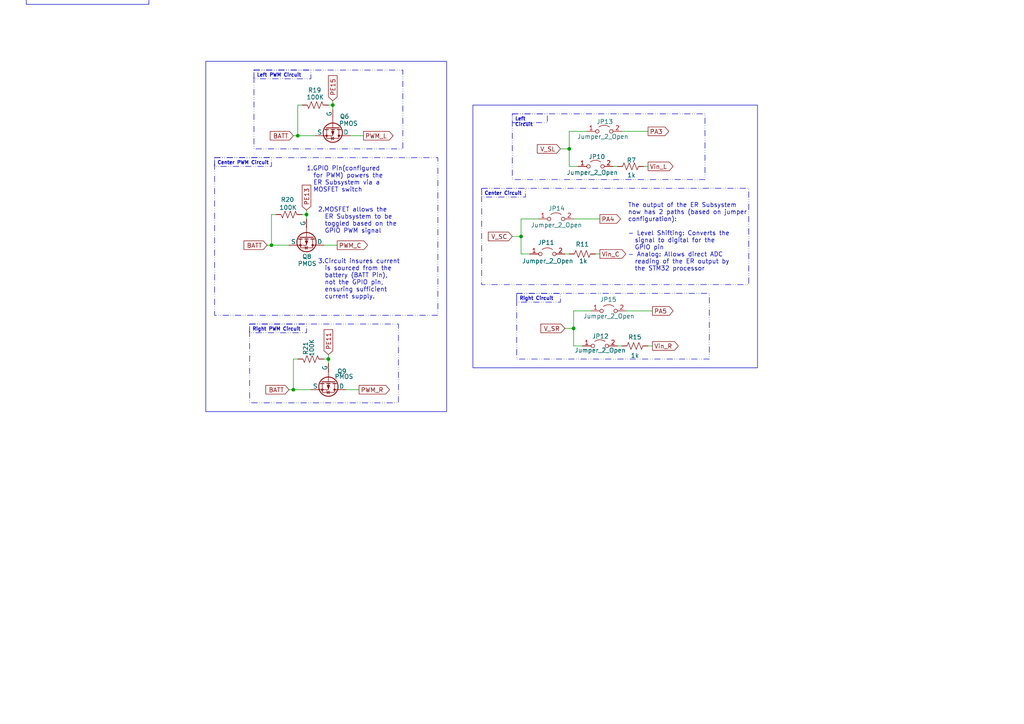
<source format=kicad_sch>
(kicad_sch (version 20231120) (generator "eeschema") (generator_version "8.0")
  (paper "A4")
  (junction (at 83.82 257.81))
  (junction (at 222.25 -34.29))
  (junction (at 275.59 -34.29))
  (junction (at 96.52 30.48))
  (junction (at 165.1 265.43))
  (junction (at 78.74 71.12))
  (junction (at 152.4 -24.13))
  (junction (at 259.08 -39.37))
  (junction (at 95.25 104.14))
  (junction (at 166.37 95.25))
  (junction (at 226.06 -34.29))
  (junction (at 226.06 265.43))
  (junction (at 165.1 43.18))
  (junction (at 85.09 113.03))
  (junction (at 151.13 68.58))
  (junction (at 156.21 -34.29))
  (junction (at 135.89 -36.83))
  (junction (at 88.9 245.11))
  (junction (at 279.4 -34.29))
  (junction (at 220.98 246.38))
  (junction (at 88.9 62.23))
  (junction (at 160.02 280.67))
  (junction (at 88.9 279.4))
  (junction (at 187.96 -38.1))
  (junction (at 152.4 -34.29))
  (junction (at 222.25 -24.13))
  (junction (at 275.59 -24.13))
  (junction (at 160.02 246.38))
  (junction (at 220.98 280.67))
  (junction (at 154.94 259.08))
  (junction (at 86.36 39.37))
  (junction (at 215.9 259.08))
  (junction (at 93.98 264.16))
  (no_connect (at -34.29 13.97))
  (no_connect (at -34.29 -16.51))
  (no_connect (at -34.29 -1.27))
  (no_connect (at -16.51 11.43))
  (no_connect (at -16.51 6.35))
  (no_connect (at -34.29 3.81))
  (no_connect (at -16.51 -11.43))
  (no_connect (at -34.29 6.35))
  (no_connect (at -16.51 8.89))
  (no_connect (at -34.29 11.43))
  (wire (pts (xy 165.1 43.18) (xy 165.1 48.26)))
  (wire (pts (xy 115.57 264.16) (xy 114.3 264.16)))
  (wire (pts (xy 165.1 280.67) (xy 160.02 280.67)))
  (wire (pts (xy 166.37 100.33) (xy 168.91 100.33)))
  (wire (pts (xy 170.18 38.1) (xy 165.1 38.1)))
  (wire (pts (xy 275.59 -24.13) (xy 273.05 -24.13)))
  (wire (pts (xy -34.29 13.97) (xy -31.75 13.97)))
  (wire (pts (xy 215.9 259.08) (xy 215.9 260.35)))
  (wire (pts (xy 104.14 264.16) (xy 93.98 264.16)))
  (wire (pts (xy -16.51 -13.97) (xy -19.05 -13.97)))
  (wire (pts (xy -34.29 -13.97) (xy -31.75 -13.97)))
  (wire (pts (xy 226.06 -49.53) (xy 226.06 -48.26)))
  (wire (pts (xy 154.94 257.81) (xy 154.94 259.08)))
  (wire (pts (xy 189.23 90.17) (xy 181.61 90.17)))
  (wire (pts (xy 283.21 -24.13) (xy 283.21 -22.86)))
  (wire (pts (xy -16.51 6.35) (xy -19.05 6.35)))
  (wire (pts (xy 154.94 259.08) (xy 154.94 260.35)))
  (wire (pts (xy 215.9 257.81) (xy 215.9 259.08)))
  (wire (pts (xy 151.13 68.58) (xy 151.13 73.66)))
  (wire (pts (xy -34.29 11.43) (xy -31.75 11.43)))
  (wire (pts (xy 166.37 95.25) (xy 166.37 100.33)))
  (wire (pts (xy 88.9 62.23) (xy 88.9 63.5)))
  (wire (pts (xy 156.21 -34.29) (xy 160.02 -34.29)))
  (wire (pts (xy 83.82 248.92) (xy 83.82 245.11)))
  (wire (pts (xy 229.87 -24.13) (xy 229.87 -22.86)))
  (wire (pts (xy 151.13 73.66) (xy 153.67 73.66)))
  (wire (pts (xy 187.96 48.26) (xy 186.69 48.26)))
  (wire (pts (xy 85.09 104.14) (xy 86.36 104.14)))
  (wire (pts (xy -16.51 -11.43) (xy -19.05 -11.43)))
  (wire (pts (xy -34.29 1.27) (xy -31.75 1.27)))
  (wire (pts (xy 165.1 246.38) (xy 165.1 254)))
  (wire (pts (xy 165.1 265.43) (xy 165.1 264.16)))
  (wire (pts (xy 187.96 -38.1) (xy 187.96 -33.02)))
  (wire (pts (xy 259.08 -39.37) (xy 259.08 -40.64)))
  (wire (pts (xy 100.33 113.03) (xy 104.14 113.03)))
  (wire (pts (xy 226.06 246.38) (xy 226.06 254)))
  (wire (pts (xy 222.25 -24.13) (xy 222.25 -21.59)))
  (wire (pts (xy -34.29 16.51) (xy -31.75 16.51)))
  (wire (pts (xy 160.02 283.21) (xy 160.02 280.67)))
  (wire (pts (xy 165.1 274.32) (xy 165.1 280.67)))
  (wire (pts (xy 279.4 -35.56) (xy 279.4 -34.29)))
  (wire (pts (xy 275.59 -24.13) (xy 275.59 -21.59)))
  (wire (pts (xy 165.1 38.1) (xy 165.1 43.18)))
  (wire (pts (xy 77.47 71.12) (xy 78.74 71.12)))
  (wire (pts (xy 172.72 265.43) (xy 165.1 265.43)))
  (wire (pts (xy 215.9 278.13) (xy 215.9 280.67)))
  (wire (pts (xy 152.4 -34.29) (xy 156.21 -34.29)))
  (wire (pts (xy 88.9 60.96) (xy 88.9 62.23)))
  (wire (pts (xy 160.02 -24.13) (xy 160.02 -21.59)))
  (wire (pts (xy 215.9 246.38) (xy 220.98 246.38)))
  (wire (pts (xy 154.94 259.08) (xy 160.02 259.08)))
  (wire (pts (xy 226.06 -34.29) (xy 229.87 -34.29)))
  (wire (pts (xy 226.06 -35.56) (xy 226.06 -34.29)))
  (wire (pts (xy -34.29 -8.89) (xy -31.75 -8.89)))
  (wire (pts (xy 233.68 -19.05) (xy 236.22 -19.05)))
  (wire (pts (xy 179.07 100.33) (xy 180.34 100.33)))
  (wire (pts (xy 166.37 -17.78) (xy 163.83 -17.78)))
  (wire (pts (xy 247.65 265.43) (xy 246.38 265.43)))
  (wire (pts (xy 135.89 -48.26) (xy 135.89 -46.99)))
  (wire (pts (xy 226.06 280.67) (xy 220.98 280.67)))
  (wire (pts (xy 187.96 38.1) (xy 180.34 38.1)))
  (wire (pts (xy 25.4 -8.89) (xy 25.4 -12.7)))
  (wire (pts (xy 173.99 63.5) (xy 166.37 63.5)))
  (wire (pts (xy 152.4 -24.13) (xy 152.4 -21.59)))
  (wire (pts (xy 160.02 243.84) (xy 160.02 246.38)))
  (wire (pts (xy 259.08 -49.53) (xy 259.08 -48.26)))
  (wire (pts (xy 96.52 30.48) (xy 96.52 31.75)))
  (wire (pts (xy 95.25 104.14) (xy 95.25 105.41)))
  (wire (pts (xy 13.97 -8.89) (xy 13.97 -12.7)))
  (wire (pts (xy 86.36 30.48) (xy 87.63 30.48)))
  (wire (pts (xy 287.02 -19.05) (xy 289.56 -19.05)))
  (wire (pts (xy 187.96 -22.86) (xy 187.96 -21.59)))
  (wire (pts (xy 259.08 -34.29) (xy 259.08 -39.37)))
  (wire (pts (xy -16.51 11.43) (xy -19.05 11.43)))
  (wire (pts (xy -34.29 -6.35) (xy -31.75 -6.35)))
  (wire (pts (xy 226.06 265.43) (xy 226.06 264.16)))
  (wire (pts (xy 171.45 90.17) (xy 166.37 90.17)))
  (wire (pts (xy 93.98 71.12) (xy 97.79 71.12)))
  (wire (pts (xy 93.98 264.16) (xy 93.98 262.89)))
  (wire (pts (xy 165.1 266.7) (xy 165.1 265.43)))
  (wire (pts (xy 151.13 63.5) (xy 151.13 68.58)))
  (wire (pts (xy 83.82 276.86) (xy 83.82 279.4)))
  (wire (pts (xy -34.29 8.89) (xy -31.75 8.89)))
  (wire (pts (xy 88.9 242.57) (xy 88.9 245.11)))
  (wire (pts (xy 156.21 -48.26) (xy 156.21 -46.99)))
  (wire (pts (xy 88.9 279.4) (xy 83.82 279.4)))
  (wire (pts (xy 78.74 62.23) (xy 80.01 62.23)))
  (wire (pts (xy -16.51 -6.35) (xy -19.05 -6.35)))
  (wire (pts (xy 85.09 104.14) (xy 85.09 113.03)))
  (wire (pts (xy 156.21 63.5) (xy 151.13 63.5)))
  (wire (pts (xy 275.59 -34.29) (xy 279.4 -34.29)))
  (wire (pts (xy -16.51 -3.81) (xy -19.05 -3.81)))
  (wire (pts (xy 88.9 281.94) (xy 88.9 279.4)))
  (wire (pts (xy 135.89 -12.7) (xy 135.89 -15.24)))
  (wire (pts (xy 83.82 257.81) (xy 88.9 257.81)))
  (wire (pts (xy 83.82 256.54) (xy 83.82 257.81)))
  (wire (pts (xy 163.83 95.25) (xy 166.37 95.25)))
  (wire (pts (xy 152.4 -13.97) (xy 152.4 -11.43)))
  (wire (pts (xy 154.94 250.19) (xy 154.94 246.38)))
  (wire (pts (xy 189.23 100.33) (xy 187.96 100.33)))
  (wire (pts (xy 88.9 245.11) (xy 93.98 245.11)))
  (wire (pts (xy 101.6 39.37) (xy 105.41 39.37)))
  (wire (pts (xy -16.51 3.81) (xy -19.05 3.81)))
  (wire (pts (xy 187.96 -39.37) (xy 187.96 -38.1)))
  (wire (pts (xy 177.8 48.26) (xy 179.07 48.26)))
  (wire (pts (xy 36.83 -10.16) (xy 36.83 -7.62)))
  (wire (pts (xy 220.98 243.84) (xy 220.98 246.38)))
  (wire (pts (xy 148.59 68.58) (xy 151.13 68.58)))
  (wire (pts (xy 166.37 90.17) (xy 166.37 95.25)))
  (wire (pts (xy -34.29 3.81) (xy -31.75 3.81)))
  (wire (pts (xy -16.51 8.89) (xy -19.05 8.89)))
  (wire (pts (xy -34.29 -11.43) (xy -31.75 -11.43)))
  (wire (pts (xy 163.83 73.66) (xy 165.1 73.66)))
  (wire (pts (xy -16.51 -1.27) (xy -19.05 -1.27)))
  (wire (pts (xy 226.06 266.7) (xy 226.06 265.43)))
  (wire (pts (xy 87.63 62.23) (xy 88.9 62.23)))
  (wire (pts (xy 93.98 245.11) (xy 93.98 252.73)))
  (wire (pts (xy 135.89 -36.83) (xy 135.89 -34.29)))
  (wire (pts (xy 93.98 279.4) (xy 88.9 279.4)))
  (wire (pts (xy 95.25 30.48) (xy 96.52 30.48)))
  (wire (pts (xy 283.21 -15.24) (xy 283.21 -12.7)))
  (wire (pts (xy 83.82 257.81) (xy 83.82 259.08)))
  (wire (pts (xy -16.51 -8.89) (xy -19.05 -8.89)))
  (wire (pts (xy 220.98 283.21) (xy 220.98 280.67)))
  (wire (pts (xy 160.02 -11.43) (xy 160.02 -13.97)))
  (wire (pts (xy -34.29 6.35) (xy -31.75 6.35)))
  (wire (pts (xy 83.82 113.03) (xy 85.09 113.03)))
  (wire (pts (xy 93.98 265.43) (xy 93.98 264.16)))
  (wire (pts (xy -16.51 13.97) (xy -19.05 13.97)))
  (wire (pts (xy 154.94 246.38) (xy 160.02 246.38)))
  (wire (pts (xy 160.02 246.38) (xy 165.1 246.38)))
  (wire (pts (xy 275.59 -13.97) (xy 275.59 -12.7)))
  (wire (pts (xy 78.74 71.12) (xy 83.82 71.12)))
  (wire (pts (xy 93.98 273.05) (xy 93.98 279.4)))
  (wire (pts (xy 78.74 62.23) (xy 78.74 71.12)))
  (wire (pts (xy 222.25 -13.97) (xy 222.25 -12.7)))
  (wire (pts (xy 279.4 -49.53) (xy 279.4 -48.26)))
  (wire (pts (xy -34.29 -3.81) (xy -31.75 -3.81)))
  (wire (pts (xy 259.08 -24.13) (xy 259.08 -22.86)))
  (wire (pts (xy 165.1 43.18) (xy 162.56 43.18)))
  (wire (pts (xy 215.9 250.19) (xy 215.9 246.38)))
  (wire (pts (xy 259.08 -13.97) (xy 259.08 -15.24)))
  (wire (pts (xy 187.96 -48.26) (xy 187.96 -46.99)))
  (wire (pts (xy 135.89 -39.37) (xy 135.89 -36.83)))
  (wire (pts (xy 184.15 265.43) (xy 182.88 265.43)))
  (wire (pts (xy 86.36 39.37) (xy 91.44 39.37)))
  (wire (pts (xy 83.82 245.11) (xy 88.9 245.11)))
  (wire (pts (xy 220.98 280.67) (xy 215.9 280.67)))
  (wire (pts (xy -16.51 -16.51) (xy -19.05 -16.51)))
  (wire (pts (xy 165.1 48.26) (xy 167.64 48.26)))
  (wire (pts (xy 222.25 -24.13) (xy 219.71 -24.13)))
  (wire (pts (xy -34.29 -16.51) (xy -31.75 -16.51)))
  (wire (pts (xy 257.81 -39.37) (xy 259.08 -39.37)))
  (wire (pts (xy 229.87 -12.7) (xy 229.87 -15.24)))
  (wire (pts (xy 187.96 -12.7) (xy 187.96 -13.97)))
  (wire (pts (xy 95.25 102.87) (xy 95.25 104.14)))
  (wire (pts (xy 220.98 246.38) (xy 226.06 246.38)))
  (wire (pts (xy 85.09 113.03) (xy 90.17 113.03)))
  (wire (pts (xy 93.98 104.14) (xy 95.25 104.14)))
  (wire (pts (xy 85.09 39.37) (xy 86.36 39.37)))
  (wire (pts (xy 160.02 280.67) (xy 154.94 280.67)))
  (wire (pts (xy -16.51 1.27) (xy -19.05 1.27)))
  (wire (pts (xy 215.9 259.08) (xy 220.98 259.08)))
  (wire (pts (xy 222.25 -34.29) (xy 226.06 -34.29)))
  (wire (pts (xy 186.69 -38.1) (xy 187.96 -38.1)))
  (wire (pts (xy 236.22 265.43) (xy 226.06 265.43)))
  (wire (pts (xy 86.36 30.48) (xy 86.36 39.37)))
  (wire (pts (xy 135.89 -24.13) (xy 135.89 -22.86)))
  (wire (pts (xy 96.52 29.21) (xy 96.52 30.48)))
  (wire (pts (xy -34.29 -1.27) (xy -31.75 -1.27)))
  (wire (pts (xy 173.99 73.66) (xy 172.72 73.66)))
  (wire (pts (xy 279.4 -34.29) (xy 283.21 -34.29)))
  (wire (pts (xy -16.51 16.51) (xy -19.05 16.51)))
  (wire (pts (xy 226.06 274.32) (xy 226.06 280.67)))
  (wire (pts (xy 152.4 -24.13) (xy 149.86 -24.13)))
  (wire (pts (xy 154.94 278.13) (xy 154.94 280.67)))
  (rectangle (start 139.7 54.61) (end 217.17 82.55) (stroke (width 0) (type dash_dot_dot)))
  (rectangle (start 142.24 -59.69) (end 142.24 -5.08) (stroke (width 0) (type dash_dot_dot)))
  (rectangle (start 246.38 -59.69) (end 297.18 -5.08) (stroke (width 0) (type dash_dot_dot)))
  (rectangle (start 137.16 30.48) (end 219.71 106.68))
  (rectangle (start 72.39 93.98) (end 115.57 116.84) (stroke (width 0) (type dash_dot_dot)))
  (rectangle (start 124.46 -59.69) (end 173.99 -5.08) (stroke (width 0) (type dash_dot_dot)))
  (rectangle (start 176.53 -59.69) (end 243.84 -5.08) (stroke (width 0) (type dash_dot_dot)))
  (rectangle (start 203.2 -59.69) (end 203.2 -5.08) (stroke (width 0) (type dash) (color 194 194 194 0.5)))
  (rectangle (start 121.92 -62.23) (end 299.72 -2.54))
  (rectangle (start 149.86 85.09) (end 205.74 104.14) (stroke (width 0) (type dash_dot_dot)))
  (rectangle (start 63.5 233.68) (end 259.08 289.56))
  (rectangle (start 7.62 -22.86) (end 43.18 1.27))
  (rectangle (start 66.04 236.22) (end 124.46 287.02) (stroke (width 0) (type dash_dot_dot)))
  (rectangle (start 127 236.22) (end 196.85 287.02) (stroke (width 0) (type dash_dot_dot)))
  (rectangle (start -43.18 -25.4) (end -7.62 21.59))
  (rectangle (start 148.59 33.02) (end 204.47 52.07) (stroke (width 0) (type dash_dot_dot)))
  (rectangle (start 73.66 20.32) (end 116.84 43.18) (stroke (width 0) (type dash_dot_dot)))
  (rectangle (start 199.39 236.22) (end 256.54 287.02) (stroke (width 0) (type dash_dot_dot)))
  (rectangle (start 59.69 17.78) (end 129.54 119.38))
  (rectangle (start 62.23 45.72) (end 127 91.44) (stroke (width 0) (type dash_dot_dot)))
  (text_box "Right PWM Circuit" (at 72.39 93.98 0) (size 16.51 2.54) (stroke (width 0) (type dash_dot_dot)) (effects (font (size 1.016 1.016) (bold yes)) (justify left top)))
  (text_box "Center PWM Circuit" (at 62.23 45.72 0) (size 16.51 2.54) (stroke (width 0) (type dash_dot_dot)) (effects (font (size 1.016 1.016) (bold yes)) (justify left top)))
  (text_box "Left PWM Circuit" (at 73.66 20.32 0) (size 16.51 2.54) (stroke (width 0) (type dash_dot_dot)) (effects (font (size 1.016 1.016) (bold yes)) (justify left top)))
  (text_box "Left Circuit" (at 148.59 33.02 0) (size 10.16 2.54) (stroke (width 0) (type dash_dot_dot)) (effects (font (size 1.016 1.016) (bold yes)) (justify left top)))
  (text_box "Center Circuit" (at 139.7 54.61 0) (size 12.7 2.54) (stroke (width 0) (type dash_dot_dot)) (effects (font (size 1.016 1.016) (bold yes)) (justify left top)))
  (text_box "Right Circuit" (at 149.86 85.09 0) (size 12.7 2.54) (stroke (width 0) (type dash_dot_dot)) (effects (font (size 1.016 1.016) (bold yes)) (justify left top)))
  (text "The output of the ER Subsystem \nnow has 2 paths (based on jumper\nconfiguration):\n\n- Level Shifting: Converts the\n  signal to digital for the \n  GPIO pin\n- Analog: Allows direct ADC \n  reading of the ER output by\n  the STM32 processor" (at 182.118 68.834 0) (effects (font (size 1.27 1.27)) (justify left)))
  (text "1.ER Subsytem is now\n  powered by the battery \n  enabled(toggled) by the\n  MOSFET." (at 194.564 -49.53 0) (effects (font (size 1.27 1.27)) (justify left)))
  (text "[PWM]" (at -17.78 -1.778 0) (effects (font (size 0.508 0.508))))
  (text "[PWM]" (at -17.78 -4.318 0) (effects (font (size 0.508 0.508))))
  (text "[PWM]" (at -17.78 -6.858 0) (effects (font (size 0.508 0.508))))
  (text "[ANALOG9]" (at -32.258 -8.128 0) (effects (font (size 0.508 0.508))))
  (text "[PWM]" (at -17.78 8.382 0) (effects (font (size 0.508 0.508))))
  (text "3.Circuit insures current\n  is sourced from the\n  battery (BATT Pin), \n  not the GPIO pin, \n  ensuring sufficient \n  current supply." (at 92.202 81.026 0) (effects (font (size 1.27 1.27)) (justify left)))
  (text "[ANALOG10]" (at -32.004 -3.048 0) (effects (font (size 0.508 0.508))))
  (text "1.GPIO Pin(configured\n  for PWM) powers the \n  ER Subsystem via a\n  MOSFET switch" (at 88.9 52.07 0) (effects (font (size 1.27 1.27)) (justify left)))
  (text "[PWM]" (at -17.78 0.762 0) (effects (font (size 0.508 0.508))))
  (text "[ANALOG8]" (at -32.258 -10.668 0) (effects (font (size 0.508 0.508))))
  (text "[PWM]" (at -17.78 -9.398 0) (effects (font (size 0.508 0.508))))
  (text "2.MOSFET allows the \n  ER Subsystem to be \n  toggled based on the \n  GPIO PWM signal" (at 92.202 64.008 0) (effects (font (size 1.27 1.27)) (justify left)))
  (text "[PWM]" (at -17.78 5.842 0) (effects (font (size 0.508 0.508))))
  (text "[PWM]" (at -17.78 3.302 0) (effects (font (size 0.508 0.508))))
  (global_label "V_SL" (shape input) (at 162.56 43.18 180) (property "Intersheetrefs" "${INTERSHEET_REFS}" (effects (hide yes))))
  (global_label "V_SC" (shape output) (at 219.71 -24.13 180) (property "Intersheetrefs" "${INTERSHEET_REFS}" (effects (hide yes))))
  (global_label "GND" (shape output) (at -34.29 8.89 180) (property "Intersheetrefs" "${INTERSHEET_REFS}" (effects (hide yes))))
  (global_label "PE14" (shape output) (at 115.57 264.16 0) (property "Intersheetrefs" "${INTERSHEET_REFS}" (effects (hide yes))))
  (global_label "PA3" (shape output) (at 187.96 38.1 0) (property "Intersheetrefs" "${INTERSHEET_REFS}" (effects (hide yes))))
  (global_label "3V3" (shape input) (at 160.02 243.84 90) (property "Intersheetrefs" "${INTERSHEET_REFS}" (effects (hide yes))))
  (global_label "GND" (shape output) (at -34.29 -13.97 180) (property "Intersheetrefs" "${INTERSHEET_REFS}" (effects (hide yes))))
  (global_label "GND" (shape output) (at -34.29 16.51 180) (property "Intersheetrefs" "${INTERSHEET_REFS}" (effects (hide yes))))
  (global_label "PE9" (shape output) (at -16.51 6.35 0) (property "Intersheetrefs" "${INTERSHEET_REFS}" (effects (hide yes))))
  (global_label "PE15" (shape output) (at -16.51 -8.89 0) (property "Intersheetrefs" "${INTERSHEET_REFS}" (effects (hide yes))))
  (global_label "PC4" (shape output) (at -34.29 6.35 180) (property "Intersheetrefs" "${INTERSHEET_REFS}" (effects (hide yes))))
  (global_label "BATT" (shape output) (at -16.51 13.97 0) (property "Intersheetrefs" "${INTERSHEET_REFS}" (effects (hide yes))))
  (global_label "PE13" (shape input) (at 88.9 60.96 90) (property "Intersheetrefs" "${INTERSHEET_REFS}" (effects (hide yes))))
  (global_label "PE10" (shape output) (at 247.65 265.43 0) (property "Intersheetrefs" "${INTERSHEET_REFS}" (effects (hide yes))))
  (global_label "PE12" (shape output) (at 184.15 265.43 0) (property "Intersheetrefs" "${INTERSHEET_REFS}" (effects (hide yes))))
  (global_label "3V3" (shape input) (at 25.4 -8.89 270) (property "Intersheetrefs" "${INTERSHEET_REFS}" (effects (hide yes))))
  (global_label "PE10" (shape output) (at -16.51 3.81 0) (property "Intersheetrefs" "${INTERSHEET_REFS}" (effects (hide yes))))
  (global_label "V_SL" (shape output) (at 166.37 -17.78 0) (property "Intersheetrefs" "${INTERSHEET_REFS}" (effects (hide yes))))
  (global_label "PA5" (shape output) (at 189.23 90.17 0) (property "Intersheetrefs" "${INTERSHEET_REFS}" (effects (hide yes))))
  (global_label "Vin_L" (shape input) (at 76.2 271.78 180) (property "Intersheetrefs" "${INTERSHEET_REFS}" (effects (hide yes))))
  (global_label "3V3" (shape input) (at 88.9 242.57 90) (property "Intersheetrefs" "${INTERSHEET_REFS}" (effects (hide yes))))
  (global_label "PC2" (shape output) (at -34.29 -16.51 180) (property "Intersheetrefs" "${INTERSHEET_REFS}" (effects (hide yes))))
  (global_label "PWM_L" (shape output) (at 105.41 39.37 0) (property "Intersheetrefs" "${INTERSHEET_REFS}" (effects (hide yes))))
  (global_label "PE15" (shape input) (at 96.52 29.21 90) (property "Intersheetrefs" "${INTERSHEET_REFS}" (effects (hide yes))))
  (global_label "V_SC" (shape output) (at 236.22 -19.05 0) (property "Intersheetrefs" "${INTERSHEET_REFS}" (effects (hide yes))))
  (global_label "PA4" (shape output) (at -34.29 -8.89 180) (property "Intersheetrefs" "${INTERSHEET_REFS}" (effects (hide yes))))
  (global_label "Vin_L" (shape output) (at 187.96 48.26 0) (property "Intersheetrefs" "${INTERSHEET_REFS}" (effects (hide yes))))
  (global_label "PE14" (shape output) (at -16.51 -6.35 0) (property "Intersheetrefs" "${INTERSHEET_REFS}" (effects (hide yes))))
  (global_label "3V3" (shape output) (at -16.51 16.51 0) (property "Intersheetrefs" "${INTERSHEET_REFS}" (effects (hide yes))))
  (global_label "3V3" (shape output) (at -16.51 -16.51 0) (property "Intersheetrefs" "${INTERSHEET_REFS}" (effects (hide yes))))
  (global_label "3V3" (shape input) (at 220.98 243.84 90) (property "Intersheetrefs" "${INTERSHEET_REFS}" (effects (hide yes))))
  (global_label "PE13" (shape output) (at -16.51 -3.81 0) (property "Intersheetrefs" "${INTERSHEET_REFS}" (effects (hide yes))))
  (global_label "PA4" (shape output) (at 173.99 63.5 0) (property "Intersheetrefs" "${INTERSHEET_REFS}" (effects (hide yes))))
  (global_label "PWM_C" (shape input) (at 187.96 -48.26 90) (property "Intersheetrefs" "${INTERSHEET_REFS}" (effects (hide yes))))
  (global_label "V_SR" (shape input) (at 163.83 95.25 180) (property "Intersheetrefs" "${INTERSHEET_REFS}" (effects (hide yes))))
  (global_label "PWM_R" (shape input) (at 279.4 -49.53 90) (property "Intersheetrefs" "${INTERSHEET_REFS}" (effects (hide yes))))
  (global_label "PWM_L" (shape input) (at 156.21 -48.26 90) (property "Intersheetrefs" "${INTERSHEET_REFS}" (effects (hide yes))))
  (global_label "PA3" (shape output) (at -34.29 -11.43 180) (property "Intersheetrefs" "${INTERSHEET_REFS}" (effects (hide yes))))
  (global_label "PC5" (shape output) (at -34.29 11.43 180) (property "Intersheetrefs" "${INTERSHEET_REFS}" (effects (hide yes))))
  (global_label "AB0" (shape output) (at -34.29 13.97 180) (property "Intersheetrefs" "${INTERSHEET_REFS}" (effects (hide yes))))
  (global_label "PE1" (shape output) (at -16.51 -11.43 0) (property "Intersheetrefs" "${INTERSHEET_REFS}" (effects (hide yes))))
  (global_label "PWM_R" (shape input) (at 259.08 -49.53 90) (property "Intersheetrefs" "${INTERSHEET_REFS}" (effects (hide yes))))
  (global_label "PE8" (shape output) (at -16.51 8.89 0) (property "Intersheetrefs" "${INTERSHEET_REFS}" (effects (hide yes))))
  (global_label "V_SC" (shape input) (at 148.59 68.58 180) (property "Intersheetrefs" "${INTERSHEET_REFS}" (effects (hide yes))))
  (global_label "BATT" (shape input) (at 77.47 71.12 180) (property "Intersheetrefs" "${INTERSHEET_REFS}" (effects (hide yes))))
  (global_label "GND" (shape output) (at -34.29 1.27 180) (property "Intersheetrefs" "${INTERSHEET_REFS}" (effects (hide yes))))
  (global_label "PWM_C" (shape output) (at 97.79 71.12 0) (property "Intersheetrefs" "${INTERSHEET_REFS}" (effects (hide yes))))
  (global_label "V_SR" (shape output) (at 289.56 -19.05 0) (property "Intersheetrefs" "${INTERSHEET_REFS}" (effects (hide yes))))
  (global_label "PE11" (shape output) (at -16.51 1.27 0) (property "Intersheetrefs" "${INTERSHEET_REFS}" (effects (hide yes))))
  (global_label "BATT" (shape output) (at -16.51 -13.97 0) (property "Intersheetrefs" "${INTERSHEET_REFS}" (effects (hide yes))))
  (global_label "PWM_R" (shape output) (at 104.14 113.03 0) (property "Intersheetrefs" "${INTERSHEET_REFS}" (effects (hide yes))))
  (global_label "Vin_C" (shape output) (at 173.99 73.66 0) (property "Intersheetrefs" "${INTERSHEET_REFS}" (effects (hide yes))))
  (global_label "PA6" (shape output) (at -34.29 -1.27 180) (property "Intersheetrefs" "${INTERSHEET_REFS}" (effects (hide yes))))
  (global_label "BATT" (shape input) (at 85.09 39.37 180) (property "Intersheetrefs" "${INTERSHEET_REFS}" (effects (hide yes))))
  (global_label "V_SL" (shape output) (at 149.86 -24.13 180) (property "Intersheetrefs" "${INTERSHEET_REFS}" (effects (hide yes))))
  (global_label "BATT" (shape input) (at 83.82 113.03 180) (property "Intersheetrefs" "${INTERSHEET_REFS}" (effects (hide yes))))
  (global_label "PE11" (shape input) (at 95.25 102.87 90) (property "Intersheetrefs" "${INTERSHEET_REFS}" (effects (hide yes))))
  (global_label "GND" (shape output) (at -34.29 -6.35 180) (property "Intersheetrefs" "${INTERSHEET_REFS}" (effects (hide yes))))
  (global_label "Vin_R" (shape output) (at 189.23 100.33 0) (property "Intersheetrefs" "${INTERSHEET_REFS}" (effects (hide yes))))
  (global_label "V_SR" (shape output) (at 273.05 -24.13 180) (property "Intersheetrefs" "${INTERSHEET_REFS}" (effects (hide yes))))
  (global_label "BATT" (shape input) (at 13.97 -8.89 270) (property "Intersheetrefs" "${INTERSHEET_REFS}" (effects (hide yes))))
  (global_label "PB11" (shape output) (at -16.51 11.43 0) (property "Intersheetrefs" "${INTERSHEET_REFS}" (effects (hide yes))))
  (global_label "PA7" (shape output) (at -34.29 3.81 180) (property "Intersheetrefs" "${INTERSHEET_REFS}" (effects (hide yes))))
  (global_label "PA5" (shape output) (at -34.29 -3.81 180) (property "Intersheetrefs" "${INTERSHEET_REFS}" (effects (hide yes))))
  (global_label "Vin_R" (shape input) (at 208.28 273.05 180) (property "Intersheetrefs" "${INTERSHEET_REFS}" (effects (hide yes))))
  (global_label "Vin_C" (shape input) (at 147.32 273.05 180) (property "Intersheetrefs" "${INTERSHEET_REFS}" (effects (hide yes))))
  (global_label "PWM_C" (shape input) (at 226.06 -49.53 90) (property "Intersheetrefs" "${INTERSHEET_REFS}" (effects (hide yes))))
  (global_label "PWM_L" (shape input) (at 135.89 -48.26 90) (property "Intersheetrefs" "${INTERSHEET_REFS}" (effects (hide yes))))
  (global_label "PE12" (shape output) (at -16.51 -1.27 0) (property "Intersheetrefs" "${INTERSHEET_REFS}" (effects (hide yes))))
  (symbol (lib_id "Jumper:Jumper_2_Open") (at 187.96 -27.94 90) (mirror x) (unit 1)
    (property "Reference" "JP8" (at 186.182 -29.718 90) (effects (justify left)))
    (property "Value" "Jumper_2_Open" (at 192.024 -27.432 90) (effects (justify left)))
    (property "Footprint" "Jumper:SolderJumper-2_P1.3mm_Open_Pad1.0x1.5mm" (effects (hide yes)))
    (property "Description" "Jumper, 2-pole, open" (effects (hide yes)))
  )
  (symbol (lib_id "Connector:TestPoint") (at 36.83 -10.16 0) (unit 1)
    (property "Reference" "TP10" (at 36.83 -17.526 0))
    (property "Value" "TestPoint" (at 36.83 -15.748 0))
    (property "Footprint" "TestPoint:TestPoint_Pad_D1.0mm" (effects (hide yes)))
    (property "Description" "test point" (effects (hide yes)))
  )
  (symbol (lib_id "Device:R_US") (at 83.82 262.89 180) (unit 1)
    (property "Reference" "R8" (at 86.36 261.6199 0) (effects (justify right)))
    (property "Value" "1k" (at 86.36 264.1599 0) (effects (justify right)))
    (property "Footprint" "Resistor_SMD:R_0603_1608Metric" (effects (hide yes)))
    (property "Description" "Resistor, US symbol" (effects (hide yes)))
  )
  (symbol (lib_id "Connector:TestPoint") (at 226.06 265.43 90) (unit 1)
    (property "Reference" "TP9" (at 228.092 264.414 90))
    (property "Value" "TestPoint" (at 230.632 266.954 90))
    (property "Footprint" "TestPoint:TestPoint_Pad_D1.0mm" (effects (hide yes)))
    (property "Description" "test point" (effects (hide yes)))
  )
  (symbol (lib_id "LED:TSAL4400") (at 259.08 -45.72 90) (unit 1)
    (property "Reference" "D5" (at 254.762 -50.038 90) (effects (justify right)))
    (property "Value" "TSAL4400" (at 249.428 -47.498 90) (effects (justify right)))
    (property "Footprint" "LED_THT:LED_D3.0mm_Horizontal_O1.27mm_Z2.0mm_IRBlack" (effects (hide yes)))
    (property "Datasheet" "http://www.vishay.com/docs/81006/tsal4400.pdf" (effects (hide yes)))
    (property "Description" "Infrared LED , 3mm LED package" (effects (hide yes)))
  )
  (symbol (lib_id "Device:R_US") (at 222.25 -17.78 180) (unit 1)
    (property "Reference" "R4" (at 223.774 -19.05 0) (effects (justify right)))
    (property "Value" "10k" (at 223.774 -16.764 0) (effects (justify right)))
    (property "Footprint" "Resistor_SMD:R_0603_1608Metric" (effects (hide yes)))
    (property "Description" "Resistor, US symbol" (effects (hide yes)))
  )
  (symbol (lib_id "Connector:TestPoint") (at 135.89 -36.83 90) (unit 1)
    (property "Reference" "TP1" (at 130.81 -39.878 90))
    (property "Value" "TestPoint" (at 131.064 -38.354 90))
    (property "Footprint" "TestPoint:TestPoint_Pad_D1.0mm" (effects (hide yes)))
    (property "Description" "test point" (effects (hide yes)))
  )
  (symbol (lib_id "Jumper:Jumper_2_Open") (at 152.4 -29.21 270) (unit 1)
    (property "Reference" "JP1" (at 147.574 -30.48 90) (effects (justify left)))
    (property "Value" "Jumper_2_Open" (at 145.034 -28.702 90) (effects (justify left)))
    (property "Footprint" "Jumper:SolderJumper-2_P1.3mm_Open_Pad1.0x1.5mm" (effects (hide yes)))
    (property "Description" "Jumper, 2-pole, open" (effects (hide yes)))
  )
  (symbol (lib_id "Device:R_US") (at 259.08 -19.05 180) (unit 1)
    (property "Reference" "R5" (at 261.62 -20.3201 0) (effects (justify right)))
    (property "Value" "22" (at 261.62 -17.7801 0) (effects (justify right)))
    (property "Footprint" "Resistor_SMD:R_0603_1608Metric" (effects (hide yes)))
    (property "Description" "Resistor, US symbol" (effects (hide yes)))
  )
  (symbol (lib_id "Device:R_US") (at 154.94 254 180) (unit 1)
    (property "Reference" "R12" (at 157.48 252.7299 0) (effects (justify right)))
    (property "Value" "1k" (at 157.48 255.2699 0) (effects (justify right)))
    (property "Footprint" "Resistor_SMD:R_0603_1608Metric" (effects (hide yes)))
    (property "Description" "Resistor, US symbol" (effects (hide yes)))
  )
  (symbol (lib_id "power:PWR_FLAG") (at 13.97 -12.7 0) (unit 1)
    (property "Reference" "#FLG02" (effects (hide yes)))
    (property "Value" "PWR_FLAG" (at 13.97 -17.78 0))
    (property "Description" "Special symbol for telling ERC where power comes from" (effects (hide yes)))
  )
  (symbol (lib_id "Jumper:Jumper_2_Open") (at 222.25 -29.21 270) (unit 1)
    (property "Reference" "JP3" (at 217.678 -31.242 90) (effects (justify left)))
    (property "Value" "Jumper_2_Open" (at 210.312 -29.21 90) (effects (justify left)))
    (property "Footprint" "Jumper:SolderJumper-2_P1.3mm_Open_Pad1.0x1.5mm" (effects (hide yes)))
    (property "Description" "Jumper, 2-pole, open" (effects (hide yes)))
  )
  (symbol (lib_id "Connector:TestPoint") (at 257.81 -39.37 90) (unit 1)
    (property "Reference" "TP5" (at 253.238 -43.688 90))
    (property "Value" "TestPoint" (at 251.968 -41.402 90))
    (property "Footprint" "TestPoint:TestPoint_Pad_D1.0mm" (effects (hide yes)))
    (property "Description" "test point" (effects (hide yes)))
  )
  (symbol (lib_id "Device:R_US") (at 168.91 73.66 90) (unit 1)
    (property "Reference" "R11" (at 168.91 70.866 90))
    (property "Value" "1k" (at 169.164 75.692 90))
    (property "Footprint" "Resistor_SMD:R_0603_1608Metric" (effects (hide yes)))
    (property "Description" "Resistor, US symbol" (effects (hide yes)))
  )
  (symbol (lib_id "Device:R_US") (at 154.94 264.16 180) (unit 1)
    (property "Reference" "R13" (at 157.48 262.8899 0) (effects (justify right)))
    (property "Value" "1k" (at 157.48 265.4299 0) (effects (justify right)))
    (property "Footprint" "Resistor_SMD:R_0603_1608Metric" (effects (hide yes)))
    (property "Description" "Resistor, US symbol" (effects (hide yes)))
  )
  (symbol (lib_id "SFH_203_PFA:SFH_203_PFA") (at 279.4 -43.18 90) (unit 1)
    (property "Reference" "D6" (at 281.94 -42.5578 90) (effects (justify right)))
    (property "Value" "SFH_203_PFA" (at 281.94 -40.0178 90) (effects (justify right)))
    (property "Footprint" "SFH_203_PFA:XDCR_SFH_203_PFA" (effects (hide yes)))
    (property "MF" "OSRAM Opto" (effects (hide yes)))
    (property "Description_1" "\nPhotodiode 850nm 5ns 150° Radial\n" (effects (hide yes)))
    (property "Package" "Radial Osram Opto" (effects (hide yes)))
    (property "Price" "None" (effects (hide yes)))
    (property "Check_prices" "https://www.snapeda.com/parts/SFH%20203%20PFA/OSRAM+Opto+Semiconductors+Inc./view-part/?ref=eda" (effects (hide yes)))
    (property "STANDARD" "Manufacturer Recommendations" (effects (hide yes)))
    (property "PARTREV" "1.3" (effects (hide yes)))
    (property "SnapEDA_Link" "https://www.snapeda.com/parts/SFH%20203%20PFA/OSRAM+Opto+Semiconductors+Inc./view-part/?ref=snap" (effects (hide yes)))
    (property "MP" "SFH 203 PFA" (effects (hide yes)))
    (property "Availability" "In Stock" (effects (hide yes)))
    (property "MANUFACTURER" "OSRAM" (effects (hide yes)))
  )
  (symbol (lib_id "Jumper:Jumper_2_Open") (at 175.26 38.1 0) (unit 1)
    (property "Reference" "JP13" (at 172.974 35.306 0) (effects (justify left)))
    (property "Value" "Jumper_2_Open" (at 167.386 39.624 0) (effects (justify left)))
    (property "Footprint" "Jumper:SolderJumper-2_P1.3mm_Open_Pad1.0x1.5mm" (effects (hide yes)))
    (property "Description" "Jumper, 2-pole, open" (effects (hide yes)))
  )
  (symbol (lib_id "Device:R_US") (at 215.9 264.16 180) (unit 1)
    (property "Reference" "R17" (at 218.44 262.8899 0) (effects (justify right)))
    (property "Value" "1k" (at 218.44 265.4299 0) (effects (justify right)))
    (property "Footprint" "Resistor_SMD:R_0603_1608Metric" (effects (hide yes)))
    (property "Description" "Resistor, US symbol" (effects (hide yes)))
  )
  (symbol (lib_id "Simulation_SPICE:PMOS") (at 88.9 68.58 270) (unit 1)
    (property "Reference" "Q8" (at 87.63 74.422 90) (effects (justify left)))
    (property "Value" "PMOS" (at 86.36 76.454 90) (effects (justify left)))
    (property "Footprint" "Package_TO_SOT_SMD:SOT-23-3" (effects (hide yes)))
    (property "Datasheet" "https://ngspice.sourceforge.io/docs/ngspice-html-manual/manual.xhtml#cha_MOSFETs" (effects (hide yes)))
    (property "Description" "P-MOSFET transistor, drain/source/gate" (effects (hide yes)))
    (property "Sim.Device" "PMOS" (effects (hide yes)))
    (property "Sim.Type" "VDMOS" (effects (hide yes)))
    (property "Sim.Pins" "1=D 2=G 3=S" (effects (hide yes)))
  )
  (symbol (lib_id "Simulation_SPICE:PMOS") (at 96.52 36.83 270) (unit 1)
    (property "Reference" "Q6" (at 98.552 33.782 90) (effects (justify left)))
    (property "Value" "PMOS" (at 98.298 35.814 90) (effects (justify left)))
    (property "Footprint" "Package_TO_SOT_SMD:SOT-23-3" (effects (hide yes)))
    (property "Datasheet" "https://ngspice.sourceforge.io/docs/ngspice-html-manual/manual.xhtml#cha_MOSFETs" (effects (hide yes)))
    (property "Description" "P-MOSFET transistor, drain/source/gate" (effects (hide yes)))
    (property "Sim.Device" "PMOS" (effects (hide yes)))
    (property "Sim.Type" "VDMOS" (effects (hide yes)))
    (property "Sim.Pins" "1=D 2=G 3=S" (effects (hide yes)))
  )
  (symbol (lib_id "Simulation_SPICE:NPN") (at 152.4 273.05 0) (unit 1)
    (property "Reference" "Q3" (at 157.48 271.7799 0) (effects (justify left)))
    (property "Value" "NPN" (at 157.48 274.3199 0) (effects (justify left)))
    (property "Footprint" "Package_TO_SOT_THT:TO-92L" (effects (hide yes)))
    (property "Datasheet" "https://ngspice.sourceforge.io/docs/ngspice-html-manual/manual.xhtml#cha_BJTs" (effects (hide yes)))
    (property "Description" "Bipolar transistor symbol for simulation only, substrate tied to the emitter" (effects (hide yes)))
    (property "Sim.Device" "NPN" (effects (hide yes)))
    (property "Sim.Type" "GUMMELPOON" (effects (hide yes)))
    (property "Sim.Pins" "1=C 2=B 3=E" (effects (hide yes)))
  )
  (symbol (lib_id "Device:R_US") (at 93.98 269.24 180) (unit 1)
    (property "Reference" "R10" (at 96.52 267.9699 0) (effects (justify right)))
    (property "Value" "10k" (at 96.52 270.5099 0) (effects (justify right)))
    (property "Footprint" "Resistor_SMD:R_0603_1608Metric" (effects (hide yes)))
    (property "Description" "Resistor, US symbol" (effects (hide yes)))
  )
  (symbol (lib_id "Jumper:Jumper_2_Open") (at 275.59 -29.21 270) (unit 1)
    (property "Reference" "JP5" (at 271.272 -30.988 90) (effects (justify left)))
    (property "Value" "Jumper_2_Open" (at 263.652 -28.702 90) (effects (justify left)))
    (property "Footprint" "Jumper:SolderJumper-2_P1.3mm_Open_Pad1.0x1.5mm" (effects (hide yes)))
    (property "Description" "Jumper, 2-pole, open" (effects (hide yes)))
  )
  (symbol (lib_id "LED:TSAL4400") (at 187.96 -44.45 90) (unit 1)
    (property "Reference" "D3" (at 184.15 -48.768 90) (effects (justify right)))
    (property "Value" "TSAL4400" (at 178.562 -45.212 90) (effects (justify right)))
    (property "Footprint" "LED_THT:LED_D3.0mm_Horizontal_O1.27mm_Z2.0mm_IRBlack" (effects (hide yes)))
    (property "Datasheet" "http://www.vishay.com/docs/81006/tsal4400.pdf" (effects (hide yes)))
    (property "Description" "Infrared LED , 3mm LED package" (effects (hide yes)))
  )
  (symbol (lib_id "power:GND") (at 222.25 -12.7 0) (unit 1)
    (property "Reference" "#PWR04" (effects (hide yes)))
    (property "Value" "GND" (at 222.25 -7.62 0))
    (property "Description" "Power symbol creates a global label with name \"GND\" , ground" (effects (hide yes)))
  )
  (symbol (lib_id "LED:TSAL4400") (at 135.89 -44.45 90) (unit 1)
    (property "Reference" "D1" (at 132.08 -47.752 90) (effects (justify right)))
    (property "Value" "TSAL4400" (at 126.492 -45.72 90) (effects (justify right)))
    (property "Footprint" "LED_THT:LED_D3.0mm_Horizontal_O1.27mm_Z2.0mm_IRBlack" (effects (hide yes)))
    (property "Datasheet" "http://www.vishay.com/docs/81006/tsal4400.pdf" (effects (hide yes)))
    (property "Description" "Infrared LED , 3mm LED package" (effects (hide yes)))
  )
  (symbol (lib_id "Simulation_SPICE:NPN") (at 213.36 273.05 0) (unit 1)
    (property "Reference" "Q5" (at 218.44 271.7799 0) (effects (justify left)))
    (property "Value" "NPN" (at 218.44 274.3199 0) (effects (justify left)))
    (property "Footprint" "Package_TO_SOT_THT:TO-92L" (effects (hide yes)))
    (property "Datasheet" "https://ngspice.sourceforge.io/docs/ngspice-html-manual/manual.xhtml#cha_BJTs" (effects (hide yes)))
    (property "Description" "Bipolar transistor symbol for simulation only, substrate tied to the emitter" (effects (hide yes)))
    (property "Sim.Device" "NPN" (effects (hide yes)))
    (property "Sim.Type" "GUMMELPOON" (effects (hide yes)))
    (property "Sim.Pins" "1=C 2=B 3=E" (effects (hide yes)))
  )
  (symbol (lib_id "Jumper:Jumper_2_Open") (at 135.89 -29.21 90) (mirror x) (unit 1)
    (property "Reference" "JP7" (at 134.112 -30.988 90) (effects (justify left)))
    (property "Value" "Jumper_2_Open" (at 139.954 -28.956 90) (effects (justify left)))
    (property "Footprint" "Jumper:SolderJumper-2_P1.3mm_Open_Pad1.0x1.5mm" (effects (hide yes)))
    (property "Description" "Jumper, 2-pole, open" (effects (hide yes)))
  )
  (symbol (lib_id "Device:R_Potentiometer_US") (at 229.87 -19.05 0) (unit 1)
    (property "Reference" "RV2" (at 234.442 -21.844 0) (effects (justify right)))
    (property "Value" "10k" (at 234.442 -17.272 0) (effects (justify right)))
    (property "Footprint" "footprints:POT_3386P" (effects (hide yes)))
    (property "Description" "Potentiometer, US symbol" (effects (hide yes)))
  )
  (symbol (lib_id "Simulation_SPICE:PMOS") (at 95.25 110.49 270) (unit 1)
    (property "Reference" "Q9" (at 97.79 107.696 90) (effects (justify left)))
    (property "Value" "PMOS" (at 97.028 109.22 90) (effects (justify left)))
    (property "Footprint" "Package_TO_SOT_SMD:SOT-23-3" (effects (hide yes)))
    (property "Datasheet" "https://ngspice.sourceforge.io/docs/ngspice-html-manual/manual.xhtml#cha_MOSFETs" (effects (hide yes)))
    (property "Description" "P-MOSFET transistor, drain/source/gate" (effects (hide yes)))
    (property "Sim.Device" "PMOS" (effects (hide yes)))
    (property "Sim.Type" "VDMOS" (effects (hide yes)))
    (property "Sim.Pins" "1=D 2=G 3=S" (effects (hide yes)))
  )
  (symbol (lib_id "power:GND") (at 259.08 -13.97 0) (unit 1)
    (property "Reference" "#PWR05" (effects (hide yes)))
    (property "Value" "GND" (at 259.08 -8.89 0))
    (property "Description" "Power symbol creates a global label with name \"GND\" , ground" (effects (hide yes)))
  )
  (symbol (lib_id "power:GND") (at 220.98 283.21 0) (unit 1)
    (property "Reference" "#PWR09" (effects (hide yes)))
    (property "Value" "GND" (at 224.282 285.496 0))
    (property "Description" "Power symbol creates a global label with name \"GND\" , ground" (effects (hide yes)))
  )
  (symbol (lib_id "Jumper:Jumper_2_Open") (at 161.29 63.5 0) (unit 1)
    (property "Reference" "JP14" (at 159.004 60.452 0) (effects (justify left)))
    (property "Value" "Jumper_2_Open" (at 153.924 65.278 0) (effects (justify left)))
    (property "Footprint" "Jumper:SolderJumper-2_P1.3mm_Open_Pad1.0x1.5mm" (effects (hide yes)))
    (property "Description" "Jumper, 2-pole, open" (effects (hide yes)))
  )
  (symbol (lib_id "Device:R_US") (at 83.82 252.73 180) (unit 1)
    (property "Reference" "R9" (at 86.36 251.4599 0) (effects (justify right)))
    (property "Value" "1k" (at 86.36 253.9999 0) (effects (justify right)))
    (property "Footprint" "Resistor_SMD:R_0603_1608Metric" (effects (hide yes)))
    (property "Description" "Resistor, US symbol" (effects (hide yes)))
  )
  (symbol (lib_id "Jumper:Jumper_2_Open") (at 172.72 48.26 0) (unit 1)
    (property "Reference" "JP10" (at 170.688 45.466 0) (effects (justify left)))
    (property "Value" "Jumper_2_Open" (at 164.338 50.038 0) (effects (justify left)))
    (property "Footprint" "Jumper:SolderJumper-2_P1.3mm_Open_Pad1.0x1.5mm" (effects (hide yes)))
    (property "Description" "Jumper, 2-pole, open" (effects (hide yes)))
  )
  (symbol (lib_id "Device:R_US") (at 135.89 -19.05 180) (unit 1)
    (property "Reference" "R1" (at 138.43 -20.3201 0) (effects (justify right)))
    (property "Value" "22" (at 138.43 -17.7801 0) (effects (justify right)))
    (property "Footprint" "Resistor_SMD:R_0603_1608Metric" (effects (hide yes)))
    (property "Description" "Resistor, US symbol" (effects (hide yes)))
  )
  (symbol (lib_id "SFH_203_PFA:SFH_203_PFA") (at 156.21 -41.91 90) (unit 1)
    (property "Reference" "D2" (at 158.75 -41.2878 90) (effects (justify right)))
    (property "Value" "SFH_203_PFA" (at 158.75 -38.7478 90) (effects (justify right)))
    (property "Footprint" "SFH_203_PFA:XDCR_SFH_203_PFA" (effects (hide yes)))
    (property "MF" "OSRAM Opto" (effects (hide yes)))
    (property "Description_1" "\nPhotodiode 850nm 5ns 150° Radial\n" (effects (hide yes)))
    (property "Package" "Radial Osram Opto" (effects (hide yes)))
    (property "Price" "None" (effects (hide yes)))
    (property "Check_prices" "https://www.snapeda.com/parts/SFH%20203%20PFA/OSRAM+Opto+Semiconductors+Inc./view-part/?ref=eda" (effects (hide yes)))
    (property "STANDARD" "Manufacturer Recommendations" (effects (hide yes)))
    (property "PARTREV" "1.3" (effects (hide yes)))
    (property "SnapEDA_Link" "https://www.snapeda.com/parts/SFH%20203%20PFA/OSRAM+Opto+Semiconductors+Inc./view-part/?ref=snap" (effects (hide yes)))
    (property "MP" "SFH 203 PFA" (effects (hide yes)))
    (property "Availability" "In Stock" (effects (hide yes)))
    (property "MANUFACTURER" "OSRAM" (effects (hide yes)))
  )
  (symbol (lib_id "PN2907A:PN2907A") (at 162.56 259.08 0) (unit 1)
    (property "Reference" "Q2" (at 166.37 257.7828 0) (effects (justify left)))
    (property "Value" "PN2907A" (at 166.37 260.3228 0) (effects (justify left)))
    (property "Footprint" "PN2907A:TO92-EBC" (effects (hide yes)))
    (property "MF" "ON Semiconductor" (effects (hide yes)))
    (property "Description_1" "\nTRANS PNP 60V 0.6A TO92-3\n" (effects (hide yes)))
    (property "Package" "TO-92-3 ON Semiconductor" (effects (hide yes)))
    (property "Price" "None" (effects (hide yes)))
    (property "SnapEDA_Link" "https://www.snapeda.com/parts/PN2907A/Onsemi/view-part/?ref=snap" (effects (hide yes)))
    (property "MP" "PN2907A" (effects (hide yes)))
    (property "Availability" "In Stock" (effects (hide yes)))
    (property "Check_prices" "https://www.snapeda.com/parts/PN2907A/Onsemi/view-part/?ref=eda" (effects (hide yes)))
  )
  (symbol (lib_id "power:GND") (at 135.89 -12.7 0) (unit 1)
    (property "Reference" "#PWR01" (effects (hide yes)))
    (property "Value" "GND" (at 135.89 -7.62 0))
    (property "Description" "Power symbol creates a global label with name \"GND\" , ground" (effects (hide yes)))
  )
  (symbol (lib_id "power:PWR_FLAG") (at 25.4 -12.7 0) (unit 1)
    (property "Reference" "#FLG01" (effects (hide yes)))
    (property "Value" "PWR_FLAG" (at 25.4 -17.78 0))
    (property "Description" "Special symbol for telling ERC where power comes from" (effects (hide yes)))
  )
  (symbol (lib_id "Connector:TestPoint") (at 186.69 -38.1 90) (unit 1)
    (property "Reference" "TP3" (at 182.118 -40.894 90))
    (property "Value" "TestPoint" (at 183.388 -39.37 90))
    (property "Footprint" "TestPoint:TestPoint_Pad_D1.0mm" (effects (hide yes)))
    (property "Description" "test point" (effects (hide yes)))
  )
  (symbol (lib_id "power:GND") (at 187.96 -12.7 0) (unit 1)
    (property "Reference" "#PWR03" (effects (hide yes)))
    (property "Value" "GND" (at 187.96 -7.62 0))
    (property "Description" "Power symbol creates a global label with name \"GND\" , ground" (effects (hide yes)))
  )
  (symbol (lib_id "Device:R_US") (at 182.88 48.26 90) (unit 1)
    (property "Reference" "R7" (at 183.134 46.482 90))
    (property "Value" "1k" (at 183.134 50.8 90))
    (property "Footprint" "Resistor_SMD:R_0603_1608Metric" (effects (hide yes)))
    (property "Description" "Resistor, US symbol" (effects (hide yes)))
  )
  (symbol (lib_id "power:GND") (at 88.9 281.94 0) (unit 1)
    (property "Reference" "#PWR07" (effects (hide yes)))
    (property "Value" "GND" (at 92.202 283.972 0))
    (property "Description" "Power symbol creates a global label with name \"GND\" , ground" (effects (hide yes)))
  )
  (symbol (lib_id "power:GND") (at 160.02 283.21 0) (unit 1)
    (property "Reference" "#PWR08" (effects (hide yes)))
    (property "Value" "GND" (at 163.068 285.242 0))
    (property "Description" "Power symbol creates a global label with name \"GND\" , ground" (effects (hide yes)))
  )
  (symbol (lib_id "Device:R_US") (at 83.82 62.23 270) (mirror x) (unit 1)
    (property "Reference" "R20" (at 85.344 57.912 90) (effects (justify right)))
    (property "Value" "100K" (at 86.106 60.198 90) (effects (justify right)))
    (property "Footprint" "Resistor_SMD:R_0603_1608Metric" (effects (hide yes)))
    (property "Description" "Resistor, US symbol" (effects (hide yes)))
  )
  (symbol (lib_id "Device:R_US") (at 152.4 -17.78 180) (unit 1)
    (property "Reference" "R2" (at 154.432 -19.05 0) (effects (justify right)))
    (property "Value" "10K" (at 153.67 -16.51 0) (effects (justify right)))
    (property "Footprint" "Resistor_SMD:R_0603_1608Metric" (effects (hide yes)))
    (property "Description" "Resistor, US symbol" (effects (hide yes)))
  )
  (symbol (lib_id "PN2907A:PN2907A") (at 91.44 257.81 0) (unit 1)
    (property "Reference" "Q7" (at 95.25 256.5128 0) (effects (justify left)))
    (property "Value" "PN2907A" (at 95.25 259.0528 0) (effects (justify left)))
    (property "Footprint" "PN2907A:TO92-EBC" (effects (hide yes)))
    (property "MF" "ON Semiconductor" (effects (hide yes)))
    (property "Description_1" "\nTRANS PNP 60V 0.6A TO92-3\n" (effects (hide yes)))
    (property "Package" "TO-92-3 ON Semiconductor" (effects (hide yes)))
    (property "Price" "None" (effects (hide yes)))
    (property "SnapEDA_Link" "https://www.snapeda.com/parts/PN2907A/Onsemi/view-part/?ref=snap" (effects (hide yes)))
    (property "MP" "PN2907A" (effects (hide yes)))
    (property "Availability" "In Stock" (effects (hide yes)))
    (property "Check_prices" "https://www.snapeda.com/parts/PN2907A/Onsemi/view-part/?ref=eda" (effects (hide yes)))
  )
  (symbol (lib_id "power:GND") (at 229.87 -12.7 0) (unit 1)
    (property "Reference" "#PWR011" (effects (hide yes)))
    (property "Value" "GND" (at 229.87 -7.62 0))
    (property "Description" "Power symbol creates a global label with name \"GND\" , ground" (effects (hide yes)))
  )
  (symbol (lib_id "Device:R_US") (at 91.44 30.48 270) (mirror x) (unit 1)
    (property "Reference" "R19" (at 93.218 26.162 90) (effects (justify right)))
    (property "Value" "100K" (at 93.98 28.194 90) (effects (justify right)))
    (property "Footprint" "Resistor_SMD:R_0603_1608Metric" (effects (hide yes)))
    (property "Description" "Resistor, US symbol" (effects (hide yes)))
  )
  (symbol (lib_id "Connector_Generic:Conn_02x14_Odd_Even") (at -26.67 -1.27 0) (unit 1)
    (property "Reference" "J1" (at -25.4 -22.86 0))
    (property "Value" "Conn_02x14_Odd_Even" (at -25.4 -20.32 0))
    (property "Footprint" "Connector_PinHeader_2.54mm:PinHeader_2x14_P2.54mm_Vertical" (effects (hide yes)))
    (property "Description" "Generic connector, double row, 02x14, odd/even pin numbering scheme (row 1 odd numbers, row 2 even numbers), script generated (kicad-library-utils/schlib/autogen/connector/)" (effects (hide yes)))
  )
  (symbol (lib_id "Jumper:Jumper_2_Open") (at 173.99 100.33 0) (unit 1)
    (property "Reference" "JP12" (at 171.704 97.536 0) (effects (justify left)))
    (property "Value" "Jumper_2_Open" (at 166.624 101.6 0) (effects (justify left)))
    (property "Footprint" "Jumper:SolderJumper-2_P1.3mm_Open_Pad1.0x1.5mm" (effects (hide yes)))
    (property "Description" "Jumper, 2-pole, open" (effects (hide yes)))
  )
  (symbol (lib_id "Jumper:Jumper_2_Open") (at 160.02 -29.21 270) (unit 1)
    (property "Reference" "JP2" (at 161.544 -27.686 90) (effects (justify left)))
    (property "Value" "Jumper_2_Open" (at 156.21 -24.13 90) (effects (justify left)))
    (property "Footprint" "Jumper:SolderJumper-2_P1.3mm_Open_Pad1.0x1.5mm" (effects (hide yes)))
    (property "Description" "Jumper, 2-pole, open" (effects (hide yes)))
  )
  (symbol (lib_id "Simulation_SPICE:NPN") (at 81.28 271.78 0) (unit 1)
    (property "Reference" "Q1" (at 86.36 270.5099 0) (effects (justify left)))
    (property "Value" "NPN" (at 86.36 273.0499 0) (effects (justify left)))
    (property "Footprint" "Package_TO_SOT_THT:TO-92L" (effects (hide yes)))
    (property "Datasheet" "https://ngspice.sourceforge.io/docs/ngspice-html-manual/manual.xhtml#cha_BJTs" (effects (hide yes)))
    (property "Description" "Bipolar transistor symbol for simulation only, substrate tied to the emitter" (effects (hide yes)))
    (property "Sim.Device" "NPN" (effects (hide yes)))
    (property "Sim.Type" "GUMMELPOON" (effects (hide yes)))
    (property "Sim.Pins" "1=C 2=B 3=E" (effects (hide yes)))
  )
  (symbol (lib_id "Device:R_US") (at 275.59 -17.78 180) (unit 1)
    (property "Reference" "R6" (at 278.13 -19.0501 0) (effects (justify right)))
    (property "Value" "10K" (at 283.718 -15.24 0) (effects (justify right)))
    (property "Footprint" "Resistor_SMD:R_0603_1608Metric" (effects (hide yes)))
    (property "Description" "Resistor, US symbol" (effects (hide yes)))
  )
  (symbol (lib_id "power:GND") (at 36.83 -7.62 0) (unit 1)
    (property "Reference" "#PWR013" (effects (hide yes)))
    (property "Value" "GND" (at 36.83 -2.54 0))
    (property "Description" "Power symbol creates a global label with name \"GND\" , ground" (effects (hide yes)))
  )
  (symbol (lib_id "Device:R_US") (at 184.15 100.33 90) (unit 1)
    (property "Reference" "R15" (at 184.15 97.79 90))
    (property "Value" "1k" (at 184.15 103.124 90))
    (property "Footprint" "Resistor_SMD:R_0603_1608Metric" (effects (hide yes)))
    (property "Description" "Resistor, US symbol" (effects (hide yes)))
  )
  (symbol (lib_id "Connector:TestPoint") (at 152.4 -34.29 90) (unit 1)
    (property "Reference" "TP2" (at 149.098 -39.37 90))
    (property "Value" "TestPoint" (at 149.098 -36.83 90))
    (property "Footprint" "TestPoint:TestPoint_Pad_D1.0mm" (effects (hide yes)))
    (property "Description" "test point" (effects (hide yes)))
  )
  (symbol (lib_id "Device:R_US") (at 226.06 270.51 180) (unit 1)
    (property "Reference" "R18" (at 228.6 269.2399 0) (effects (justify right)))
    (property "Value" "10k" (at 228.6 271.7799 0) (effects (justify right)))
    (property "Footprint" "Resistor_SMD:R_0603_1608Metric" (effects (hide yes)))
    (property "Description" "Resistor, US symbol" (effects (hide yes)))
  )
  (symbol (lib_id "Device:R_Potentiometer_US") (at 160.02 -17.78 0) (unit 1)
    (property "Reference" "RV1" (at 164.592 -20.828 0) (effects (justify right)))
    (property "Value" "10k" (at 164.338 -15.24 0) (effects (justify right)))
    (property "Footprint" "footprints:POT_3386P" (effects (hide yes)))
    (property "Description" "Potentiometer, US symbol" (effects (hide yes)))
  )
  (symbol (lib_id "Device:R_US") (at 90.17 104.14 270) (mirror x) (unit 1)
    (property "Reference" "R21" (at 88.646 99.06 0) (effects (justify right)))
    (property "Value" "100K" (at 90.424 98.298 0) (effects (justify right)))
    (property "Footprint" "Resistor_SMD:R_0603_1608Metric" (effects (hide yes)))
    (property "Description" "Resistor, US symbol" (effects (hide yes)))
  )
  (symbol (lib_id "Jumper:Jumper_2_Open") (at 109.22 264.16 0) (unit 1)
    (property "Reference" "JP16" (at 106.934 265.938 0) (effects (justify left)))
    (property "Value" "Jumper_2_Open" (at 103.378 267.462 0) (effects (justify left)))
    (property "Footprint" "Jumper:SolderJumper-2_P1.3mm_Open_Pad1.0x1.5mm" (effects (hide yes)))
    (property "Description" "Jumper, 2-pole, open" (effects (hide yes)))
  )
  (symbol (lib_id "Device:R_US") (at 187.96 -17.78 180) (unit 1)
    (property "Reference" "R3" (at 189.738 -19.05 0) (effects (justify right)))
    (property "Value" "22" (at 189.738 -16.51 0) (effects (justify right)))
    (property "Footprint" "Resistor_SMD:R_0603_1608Metric" (effects (hide yes)))
    (property "Description" "Resistor, US symbol" (effects (hide yes)))
  )
  (symbol (lib_id "Device:R_Potentiometer_US") (at 283.21 -19.05 0) (unit 1)
    (property "Reference" "RV3" (at 287.528 -21.844 0) (effects (justify right)))
    (property "Value" "10k" (at 280.67 -18.034 0) (effects (justify right)))
    (property "Footprint" "footprints:POT_3386P" (effects (hide yes)))
    (property "Description" "Potentiometer, US symbol" (effects (hide yes)))
  )
  (symbol (lib_id "power:GND") (at 283.21 -12.7 0) (unit 1)
    (property "Reference" "#PWR012" (effects (hide yes)))
    (property "Value" "GND" (at 283.21 -7.62 0))
    (property "Description" "Power symbol creates a global label with name \"GND\" , ground" (effects (hide yes)))
  )
  (symbol (lib_id "Jumper:Jumper_2_Open") (at 177.8 265.43 0) (unit 1)
    (property "Reference" "JP17" (at 175.514 267.208 0) (effects (justify left)))
    (property "Value" "Jumper_2_Open" (at 171.958 268.732 0) (effects (justify left)))
    (property "Footprint" "Jumper:SolderJumper-2_P1.3mm_Open_Pad1.0x1.5mm" (effects (hide yes)))
    (property "Description" "Jumper, 2-pole, open" (effects (hide yes)))
  )
  (symbol (lib_id "Jumper:Jumper_2_Open") (at 229.87 -29.21 270) (unit 1)
    (property "Reference" "JP4" (at 232.41 -30.4801 90) (effects (justify left)))
    (property "Value" "Jumper_2_Open" (at 226.06 -24.384 90) (effects (justify left)))
    (property "Footprint" "Jumper:SolderJumper-2_P1.3mm_Open_Pad1.0x1.5mm" (effects (hide yes)))
    (property "Description" "Jumper, 2-pole, open" (effects (hide yes)))
  )
  (symbol (lib_id "PN2907A:PN2907A") (at 223.52 259.08 0) (unit 1)
    (property "Reference" "Q4" (at 227.33 257.7828 0) (effects (justify left)))
    (property "Value" "PN2907A" (at 227.33 260.3228 0) (effects (justify left)))
    (property "Footprint" "PN2907A:TO92-EBC" (effects (hide yes)))
    (property "MF" "ON Semiconductor" (effects (hide yes)))
    (property "Description_1" "\nTRANS PNP 60V 0.6A TO92-3\n" (effects (hide yes)))
    (property "Package" "TO-92-3 ON Semiconductor" (effects (hide yes)))
    (property "Price" "None" (effects (hide yes)))
    (property "SnapEDA_Link" "https://www.snapeda.com/parts/PN2907A/Onsemi/view-part/?ref=snap" (effects (hide yes)))
    (property "MP" "PN2907A" (effects (hide yes)))
    (property "Availability" "In Stock" (effects (hide yes)))
    (property "Check_prices" "https://www.snapeda.com/parts/PN2907A/Onsemi/view-part/?ref=eda" (effects (hide yes)))
  )
  (symbol (lib_id "Jumper:Jumper_2_Open") (at 283.21 -29.21 270) (unit 1)
    (property "Reference" "JP6" (at 285.75 -29.972 90) (effects (justify left)))
    (property "Value" "Jumper_2_Open" (at 279.146 -23.876 90) (effects (justify left)))
    (property "Footprint" "Jumper:SolderJumper-2_P1.3mm_Open_Pad1.0x1.5mm" (effects (hide yes)))
    (property "Description" "Jumper, 2-pole, open" (effects (hide yes)))
  )
  (symbol (lib_id "Device:R_US") (at 215.9 254 180) (unit 1)
    (property "Reference" "R16" (at 218.44 252.7299 0) (effects (justify right)))
    (property "Value" "1k" (at 218.44 255.2699 0) (effects (justify right)))
    (property "Footprint" "Resistor_SMD:R_0603_1608Metric" (effects (hide yes)))
    (property "Description" "Resistor, US symbol" (effects (hide yes)))
  )
  (symbol (lib_id "Device:R_US") (at 165.1 270.51 180) (unit 1)
    (property "Reference" "R14" (at 167.64 269.2399 0) (effects (justify right)))
    (property "Value" "10k" (at 167.64 271.7799 0) (effects (justify right)))
    (property "Footprint" "Resistor_SMD:R_0603_1608Metric" (effects (hide yes)))
    (property "Description" "Resistor, US symbol" (effects (hide yes)))
  )
  (symbol (lib_id "Connector:TestPoint") (at 165.1 265.43 90) (unit 1)
    (property "Reference" "TP8" (at 161.798 260.35 90))
    (property "Value" "TestPoint" (at 161.798 262.89 90))
    (property "Footprint" "TestPoint:TestPoint_Pad_D1.0mm" (effects (hide yes)))
    (property "Description" "test point" (effects (hide yes)))
  )
  (symbol (lib_id "power:GND") (at 160.02 -11.43 0) (unit 1)
    (property "Reference" "#PWR010" (effects (hide yes)))
    (property "Value" "GND" (at 160.02 -6.35 0))
    (property "Description" "Power symbol creates a global label with name \"GND\" , ground" (effects (hide yes)))
  )
  (symbol (lib_id "SFH_203_PFA:SFH_203_PFA") (at 226.06 -43.18 90) (unit 1)
    (property "Reference" "D4" (at 228.6 -42.5578 90) (effects (justify right)))
    (property "Value" "SFH_203_PFA" (at 228.6 -40.0178 90) (effects (justify right)))
    (property "Footprint" "SFH_203_PFA:XDCR_SFH_203_PFA" (effects (hide yes)))
    (property "MF" "OSRAM Opto" (effects (hide yes)))
    (property "Description_1" "\nPhotodiode 850nm 5ns 150° Radial\n" (effects (hide yes)))
    (property "Package" "Radial Osram Opto" (effects (hide yes)))
    (property "Price" "None" (effects (hide yes)))
    (property "Check_prices" "https://www.snapeda.com/parts/SFH%20203%20PFA/OSRAM+Opto+Semiconductors+Inc./view-part/?ref=eda" (effects (hide yes)))
    (property "STANDARD" "Manufacturer Recommendations" (effects (hide yes)))
    (property "PARTREV" "1.3" (effects (hide yes)))
    (property "SnapEDA_Link" "https://www.snapeda.com/parts/SFH%20203%20PFA/OSRAM+Opto+Semiconductors+Inc./view-part/?ref=snap" (effects (hide yes)))
    (property "MP" "SFH 203 PFA" (effects (hide yes)))
    (property "Availability" "In Stock" (effects (hide yes)))
    (property "MANUFACTURER" "OSRAM" (effects (hide yes)))
  )
  (symbol (lib_id "power:GND") (at 275.59 -12.7 0) (unit 1)
    (property "Reference" "#PWR06" (effects (hide yes)))
    (property "Value" "GND" (at 275.59 -7.62 0))
    (property "Description" "Power symbol creates a global label with name \"GND\" , ground" (effects (hide yes)))
  )
  (symbol (lib_id "Jumper:Jumper_2_Open") (at 176.53 90.17 0) (unit 1)
    (property "Reference" "JP15" (at 173.99 86.868 0) (effects (justify left)))
    (property "Value" "Jumper_2_Open" (at 169.164 91.694 0) (effects (justify left)))
    (property "Footprint" "Jumper:SolderJumper-2_P1.3mm_Open_Pad1.0x1.5mm" (effects (hide yes)))
    (property "Description" "Jumper, 2-pole, open" (effects (hide yes)))
  )
  (symbol (lib_id "Jumper:Jumper_2_Open") (at 158.75 73.66 0) (unit 1)
    (property "Reference" "JP11" (at 155.956 70.358 0) (effects (justify left)))
    (property "Value" "Jumper_2_Open" (at 151.384 75.692 0) (effects (justify left)))
    (property "Footprint" "Jumper:SolderJumper-2_P1.3mm_Open_Pad1.0x1.5mm" (effects (hide yes)))
    (property "Description" "Jumper, 2-pole, open" (effects (hide yes)))
  )
  (symbol (lib_id "Connector:TestPoint") (at 93.98 264.16 90) (unit 1)
    (property "Reference" "TP7" (at 96.012 263.398 90))
    (property "Value" "TestPoint" (at 98.806 265.43 90))
    (property "Footprint" "TestPoint:TestPoint_Pad_D1.0mm" (effects (hide yes)))
    (property "Description" "test point" (effects (hide yes)))
  )
  (symbol (lib_id "Connector:TestPoint") (at 275.59 -34.29 90) (unit 1)
    (property "Reference" "TP6" (at 272.288 -39.37 90))
    (property "Value" "TestPoint" (at 272.288 -36.83 90))
    (property "Footprint" "TestPoint:TestPoint_Pad_D1.0mm" (effects (hide yes)))
    (property "Description" "test point" (effects (hide yes)))
  )
  (symbol (lib_id "power:GND") (at 152.4 -11.43 0) (unit 1)
    (property "Reference" "#PWR02" (effects (hide yes)))
    (property "Value" "GND" (at 152.4 -6.35 0))
    (property "Description" "Power symbol creates a global label with name \"GND\" , ground" (effects (hide yes)))
  )
  (symbol (lib_id "Jumper:Jumper_2_Open") (at 259.08 -29.21 90) (mirror x) (unit 1)
    (property "Reference" "JP9" (at 257.302 -30.988 90) (effects (justify left)))
    (property "Value" "Jumper_2_Open" (at 263.398 -28.702 90) (effects (justify left)))
    (property "Footprint" "Jumper:SolderJumper-2_P1.3mm_Open_Pad1.0x1.5mm" (effects (hide yes)))
    (property "Description" "Jumper, 2-pole, open" (effects (hide yes)))
  )
  (symbol (lib_id "Connector:TestPoint") (at 222.25 -34.29 90) (unit 1)
    (property "Reference" "TP4" (at 218.948 -39.37 90))
    (property "Value" "TestPoint" (at 218.948 -36.83 90))
    (property "Footprint" "TestPoint:TestPoint_Pad_D1.0mm" (effects (hide yes)))
    (property "Description" "test point" (effects (hide yes)))
  )
  (symbol (lib_id "Jumper:Jumper_2_Open") (at 241.3 265.43 0) (unit 1)
    (property "Reference" "JP18" (at 239.014 267.208 0) (effects (justify left)))
    (property "Value" "Jumper_2_Open" (at 235.458 268.732 0) (effects (justify left)))
    (property "Footprint" "Jumper:SolderJumper-2_P1.3mm_Open_Pad1.0x1.5mm" (effects (hide yes)))
    (property "Description" "Jumper, 2-pole, open" (effects (hide yes)))
  )
)
</source>
